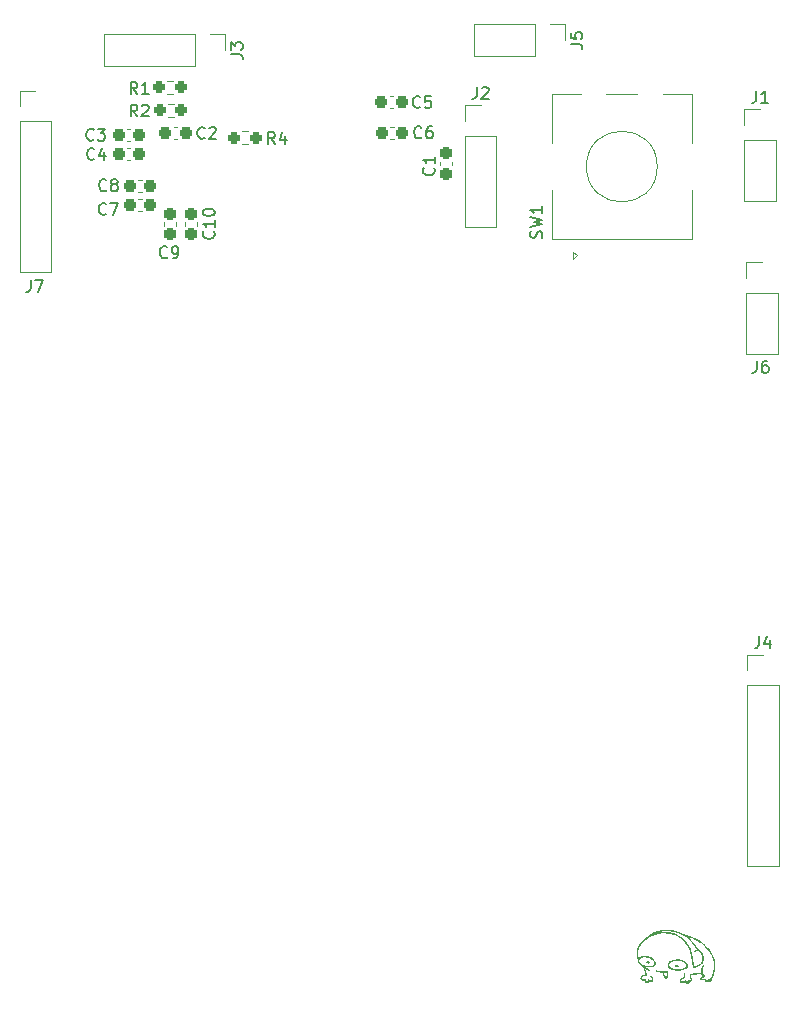
<source format=gto>
%TF.GenerationSoftware,KiCad,Pcbnew,(6.0.0)*%
%TF.CreationDate,2023-01-01T12:45:23-08:00*%
%TF.ProjectId,keyboard_eval,6b657962-6f61-4726-945f-6576616c2e6b,rev?*%
%TF.SameCoordinates,Original*%
%TF.FileFunction,Legend,Top*%
%TF.FilePolarity,Positive*%
%FSLAX46Y46*%
G04 Gerber Fmt 4.6, Leading zero omitted, Abs format (unit mm)*
G04 Created by KiCad (PCBNEW (6.0.0)) date 2023-01-01 12:45:23*
%MOMM*%
%LPD*%
G01*
G04 APERTURE LIST*
G04 Aperture macros list*
%AMRoundRect*
0 Rectangle with rounded corners*
0 $1 Rounding radius*
0 $2 $3 $4 $5 $6 $7 $8 $9 X,Y pos of 4 corners*
0 Add a 4 corners polygon primitive as box body*
4,1,4,$2,$3,$4,$5,$6,$7,$8,$9,$2,$3,0*
0 Add four circle primitives for the rounded corners*
1,1,$1+$1,$2,$3*
1,1,$1+$1,$4,$5*
1,1,$1+$1,$6,$7*
1,1,$1+$1,$8,$9*
0 Add four rect primitives between the rounded corners*
20,1,$1+$1,$2,$3,$4,$5,0*
20,1,$1+$1,$4,$5,$6,$7,0*
20,1,$1+$1,$6,$7,$8,$9,0*
20,1,$1+$1,$8,$9,$2,$3,0*%
G04 Aperture macros list end*
%ADD10C,0.150000*%
%ADD11C,0.120000*%
%ADD12RoundRect,0.237500X0.250000X0.237500X-0.250000X0.237500X-0.250000X-0.237500X0.250000X-0.237500X0*%
%ADD13C,3.000000*%
%ADD14C,1.701800*%
%ADD15C,3.987800*%
%ADD16C,2.600000*%
%ADD17C,3.800000*%
%ADD18RoundRect,0.237500X0.237500X-0.300000X0.237500X0.300000X-0.237500X0.300000X-0.237500X-0.300000X0*%
%ADD19RoundRect,0.237500X-0.300000X-0.237500X0.300000X-0.237500X0.300000X0.237500X-0.300000X0.237500X0*%
%ADD20R,1.700000X1.700000*%
%ADD21O,1.700000X1.700000*%
%ADD22RoundRect,0.237500X0.300000X0.237500X-0.300000X0.237500X-0.300000X-0.237500X0.300000X-0.237500X0*%
%ADD23RoundRect,0.237500X-0.237500X0.300000X-0.237500X-0.300000X0.237500X-0.300000X0.237500X0.300000X0*%
%ADD24R,2.000000X2.000000*%
%ADD25C,2.000000*%
%ADD26C,3.200000*%
G04 APERTURE END LIST*
D10*
%TO.C,R2*%
X47083333Y-26702380D02*
X46750000Y-26226190D01*
X46511904Y-26702380D02*
X46511904Y-25702380D01*
X46892857Y-25702380D01*
X46988095Y-25750000D01*
X47035714Y-25797619D01*
X47083333Y-25892857D01*
X47083333Y-26035714D01*
X47035714Y-26130952D01*
X46988095Y-26178571D01*
X46892857Y-26226190D01*
X46511904Y-26226190D01*
X47464285Y-25797619D02*
X47511904Y-25750000D01*
X47607142Y-25702380D01*
X47845238Y-25702380D01*
X47940476Y-25750000D01*
X47988095Y-25797619D01*
X48035714Y-25892857D01*
X48035714Y-25988095D01*
X47988095Y-26130952D01*
X47416666Y-26702380D01*
X48035714Y-26702380D01*
%TO.C,C10*%
X53532142Y-36442857D02*
X53579761Y-36490476D01*
X53627380Y-36633333D01*
X53627380Y-36728571D01*
X53579761Y-36871428D01*
X53484523Y-36966666D01*
X53389285Y-37014285D01*
X53198809Y-37061904D01*
X53055952Y-37061904D01*
X52865476Y-37014285D01*
X52770238Y-36966666D01*
X52675000Y-36871428D01*
X52627380Y-36728571D01*
X52627380Y-36633333D01*
X52675000Y-36490476D01*
X52722619Y-36442857D01*
X53627380Y-35490476D02*
X53627380Y-36061904D01*
X53627380Y-35776190D02*
X52627380Y-35776190D01*
X52770238Y-35871428D01*
X52865476Y-35966666D01*
X52913095Y-36061904D01*
X52627380Y-34871428D02*
X52627380Y-34776190D01*
X52675000Y-34680952D01*
X52722619Y-34633333D01*
X52817857Y-34585714D01*
X53008333Y-34538095D01*
X53246428Y-34538095D01*
X53436904Y-34585714D01*
X53532142Y-34633333D01*
X53579761Y-34680952D01*
X53627380Y-34776190D01*
X53627380Y-34871428D01*
X53579761Y-34966666D01*
X53532142Y-35014285D01*
X53436904Y-35061904D01*
X53246428Y-35109523D01*
X53008333Y-35109523D01*
X52817857Y-35061904D01*
X52722619Y-35014285D01*
X52675000Y-34966666D01*
X52627380Y-34871428D01*
%TO.C,C7*%
X44433333Y-34957142D02*
X44385714Y-35004761D01*
X44242857Y-35052380D01*
X44147619Y-35052380D01*
X44004761Y-35004761D01*
X43909523Y-34909523D01*
X43861904Y-34814285D01*
X43814285Y-34623809D01*
X43814285Y-34480952D01*
X43861904Y-34290476D01*
X43909523Y-34195238D01*
X44004761Y-34100000D01*
X44147619Y-34052380D01*
X44242857Y-34052380D01*
X44385714Y-34100000D01*
X44433333Y-34147619D01*
X44766666Y-34052380D02*
X45433333Y-34052380D01*
X45004761Y-35052380D01*
%TO.C,R1*%
X47083333Y-24802380D02*
X46750000Y-24326190D01*
X46511904Y-24802380D02*
X46511904Y-23802380D01*
X46892857Y-23802380D01*
X46988095Y-23850000D01*
X47035714Y-23897619D01*
X47083333Y-23992857D01*
X47083333Y-24135714D01*
X47035714Y-24230952D01*
X46988095Y-24278571D01*
X46892857Y-24326190D01*
X46511904Y-24326190D01*
X48035714Y-24802380D02*
X47464285Y-24802380D01*
X47750000Y-24802380D02*
X47750000Y-23802380D01*
X47654761Y-23945238D01*
X47559523Y-24040476D01*
X47464285Y-24088095D01*
%TO.C,J3*%
X54982380Y-21433333D02*
X55696666Y-21433333D01*
X55839523Y-21480952D01*
X55934761Y-21576190D01*
X55982380Y-21719047D01*
X55982380Y-21814285D01*
X54982380Y-21052380D02*
X54982380Y-20433333D01*
X55363333Y-20766666D01*
X55363333Y-20623809D01*
X55410952Y-20528571D01*
X55458571Y-20480952D01*
X55553809Y-20433333D01*
X55791904Y-20433333D01*
X55887142Y-20480952D01*
X55934761Y-20528571D01*
X55982380Y-20623809D01*
X55982380Y-20909523D01*
X55934761Y-21004761D01*
X55887142Y-21052380D01*
%TO.C,J6*%
X99516666Y-47402380D02*
X99516666Y-48116666D01*
X99469047Y-48259523D01*
X99373809Y-48354761D01*
X99230952Y-48402380D01*
X99135714Y-48402380D01*
X100421428Y-47402380D02*
X100230952Y-47402380D01*
X100135714Y-47450000D01*
X100088095Y-47497619D01*
X99992857Y-47640476D01*
X99945238Y-47830952D01*
X99945238Y-48211904D01*
X99992857Y-48307142D01*
X100040476Y-48354761D01*
X100135714Y-48402380D01*
X100326190Y-48402380D01*
X100421428Y-48354761D01*
X100469047Y-48307142D01*
X100516666Y-48211904D01*
X100516666Y-47973809D01*
X100469047Y-47878571D01*
X100421428Y-47830952D01*
X100326190Y-47783333D01*
X100135714Y-47783333D01*
X100040476Y-47830952D01*
X99992857Y-47878571D01*
X99945238Y-47973809D01*
%TO.C,C6*%
X71133333Y-28457142D02*
X71085714Y-28504761D01*
X70942857Y-28552380D01*
X70847619Y-28552380D01*
X70704761Y-28504761D01*
X70609523Y-28409523D01*
X70561904Y-28314285D01*
X70514285Y-28123809D01*
X70514285Y-27980952D01*
X70561904Y-27790476D01*
X70609523Y-27695238D01*
X70704761Y-27600000D01*
X70847619Y-27552380D01*
X70942857Y-27552380D01*
X71085714Y-27600000D01*
X71133333Y-27647619D01*
X71990476Y-27552380D02*
X71800000Y-27552380D01*
X71704761Y-27600000D01*
X71657142Y-27647619D01*
X71561904Y-27790476D01*
X71514285Y-27980952D01*
X71514285Y-28361904D01*
X71561904Y-28457142D01*
X71609523Y-28504761D01*
X71704761Y-28552380D01*
X71895238Y-28552380D01*
X71990476Y-28504761D01*
X72038095Y-28457142D01*
X72085714Y-28361904D01*
X72085714Y-28123809D01*
X72038095Y-28028571D01*
X71990476Y-27980952D01*
X71895238Y-27933333D01*
X71704761Y-27933333D01*
X71609523Y-27980952D01*
X71561904Y-28028571D01*
X71514285Y-28123809D01*
%TO.C,J1*%
X99466666Y-24547380D02*
X99466666Y-25261666D01*
X99419047Y-25404523D01*
X99323809Y-25499761D01*
X99180952Y-25547380D01*
X99085714Y-25547380D01*
X100466666Y-25547380D02*
X99895238Y-25547380D01*
X100180952Y-25547380D02*
X100180952Y-24547380D01*
X100085714Y-24690238D01*
X99990476Y-24785476D01*
X99895238Y-24833095D01*
%TO.C,J2*%
X75816666Y-24222380D02*
X75816666Y-24936666D01*
X75769047Y-25079523D01*
X75673809Y-25174761D01*
X75530952Y-25222380D01*
X75435714Y-25222380D01*
X76245238Y-24317619D02*
X76292857Y-24270000D01*
X76388095Y-24222380D01*
X76626190Y-24222380D01*
X76721428Y-24270000D01*
X76769047Y-24317619D01*
X76816666Y-24412857D01*
X76816666Y-24508095D01*
X76769047Y-24650952D01*
X76197619Y-25222380D01*
X76816666Y-25222380D01*
%TO.C,J5*%
X83757380Y-20583333D02*
X84471666Y-20583333D01*
X84614523Y-20630952D01*
X84709761Y-20726190D01*
X84757380Y-20869047D01*
X84757380Y-20964285D01*
X83757380Y-19630952D02*
X83757380Y-20107142D01*
X84233571Y-20154761D01*
X84185952Y-20107142D01*
X84138333Y-20011904D01*
X84138333Y-19773809D01*
X84185952Y-19678571D01*
X84233571Y-19630952D01*
X84328809Y-19583333D01*
X84566904Y-19583333D01*
X84662142Y-19630952D01*
X84709761Y-19678571D01*
X84757380Y-19773809D01*
X84757380Y-20011904D01*
X84709761Y-20107142D01*
X84662142Y-20154761D01*
%TO.C,R4*%
X58733333Y-29052380D02*
X58400000Y-28576190D01*
X58161904Y-29052380D02*
X58161904Y-28052380D01*
X58542857Y-28052380D01*
X58638095Y-28100000D01*
X58685714Y-28147619D01*
X58733333Y-28242857D01*
X58733333Y-28385714D01*
X58685714Y-28480952D01*
X58638095Y-28528571D01*
X58542857Y-28576190D01*
X58161904Y-28576190D01*
X59590476Y-28385714D02*
X59590476Y-29052380D01*
X59352380Y-28004761D02*
X59114285Y-28719047D01*
X59733333Y-28719047D01*
%TO.C,C9*%
X49608333Y-38607142D02*
X49560714Y-38654761D01*
X49417857Y-38702380D01*
X49322619Y-38702380D01*
X49179761Y-38654761D01*
X49084523Y-38559523D01*
X49036904Y-38464285D01*
X48989285Y-38273809D01*
X48989285Y-38130952D01*
X49036904Y-37940476D01*
X49084523Y-37845238D01*
X49179761Y-37750000D01*
X49322619Y-37702380D01*
X49417857Y-37702380D01*
X49560714Y-37750000D01*
X49608333Y-37797619D01*
X50084523Y-38702380D02*
X50275000Y-38702380D01*
X50370238Y-38654761D01*
X50417857Y-38607142D01*
X50513095Y-38464285D01*
X50560714Y-38273809D01*
X50560714Y-37892857D01*
X50513095Y-37797619D01*
X50465476Y-37750000D01*
X50370238Y-37702380D01*
X50179761Y-37702380D01*
X50084523Y-37750000D01*
X50036904Y-37797619D01*
X49989285Y-37892857D01*
X49989285Y-38130952D01*
X50036904Y-38226190D01*
X50084523Y-38273809D01*
X50179761Y-38321428D01*
X50370238Y-38321428D01*
X50465476Y-38273809D01*
X50513095Y-38226190D01*
X50560714Y-38130952D01*
%TO.C,J4*%
X99716666Y-70722380D02*
X99716666Y-71436666D01*
X99669047Y-71579523D01*
X99573809Y-71674761D01*
X99430952Y-71722380D01*
X99335714Y-71722380D01*
X100621428Y-71055714D02*
X100621428Y-71722380D01*
X100383333Y-70674761D02*
X100145238Y-71389047D01*
X100764285Y-71389047D01*
%TO.C,C2*%
X52783333Y-28507142D02*
X52735714Y-28554761D01*
X52592857Y-28602380D01*
X52497619Y-28602380D01*
X52354761Y-28554761D01*
X52259523Y-28459523D01*
X52211904Y-28364285D01*
X52164285Y-28173809D01*
X52164285Y-28030952D01*
X52211904Y-27840476D01*
X52259523Y-27745238D01*
X52354761Y-27650000D01*
X52497619Y-27602380D01*
X52592857Y-27602380D01*
X52735714Y-27650000D01*
X52783333Y-27697619D01*
X53164285Y-27697619D02*
X53211904Y-27650000D01*
X53307142Y-27602380D01*
X53545238Y-27602380D01*
X53640476Y-27650000D01*
X53688095Y-27697619D01*
X53735714Y-27792857D01*
X53735714Y-27888095D01*
X53688095Y-28030952D01*
X53116666Y-28602380D01*
X53735714Y-28602380D01*
%TO.C,C8*%
X44458333Y-32932142D02*
X44410714Y-32979761D01*
X44267857Y-33027380D01*
X44172619Y-33027380D01*
X44029761Y-32979761D01*
X43934523Y-32884523D01*
X43886904Y-32789285D01*
X43839285Y-32598809D01*
X43839285Y-32455952D01*
X43886904Y-32265476D01*
X43934523Y-32170238D01*
X44029761Y-32075000D01*
X44172619Y-32027380D01*
X44267857Y-32027380D01*
X44410714Y-32075000D01*
X44458333Y-32122619D01*
X45029761Y-32455952D02*
X44934523Y-32408333D01*
X44886904Y-32360714D01*
X44839285Y-32265476D01*
X44839285Y-32217857D01*
X44886904Y-32122619D01*
X44934523Y-32075000D01*
X45029761Y-32027380D01*
X45220238Y-32027380D01*
X45315476Y-32075000D01*
X45363095Y-32122619D01*
X45410714Y-32217857D01*
X45410714Y-32265476D01*
X45363095Y-32360714D01*
X45315476Y-32408333D01*
X45220238Y-32455952D01*
X45029761Y-32455952D01*
X44934523Y-32503571D01*
X44886904Y-32551190D01*
X44839285Y-32646428D01*
X44839285Y-32836904D01*
X44886904Y-32932142D01*
X44934523Y-32979761D01*
X45029761Y-33027380D01*
X45220238Y-33027380D01*
X45315476Y-32979761D01*
X45363095Y-32932142D01*
X45410714Y-32836904D01*
X45410714Y-32646428D01*
X45363095Y-32551190D01*
X45315476Y-32503571D01*
X45220238Y-32455952D01*
%TO.C,C5*%
X71023333Y-25897142D02*
X70975714Y-25944761D01*
X70832857Y-25992380D01*
X70737619Y-25992380D01*
X70594761Y-25944761D01*
X70499523Y-25849523D01*
X70451904Y-25754285D01*
X70404285Y-25563809D01*
X70404285Y-25420952D01*
X70451904Y-25230476D01*
X70499523Y-25135238D01*
X70594761Y-25040000D01*
X70737619Y-24992380D01*
X70832857Y-24992380D01*
X70975714Y-25040000D01*
X71023333Y-25087619D01*
X71928095Y-24992380D02*
X71451904Y-24992380D01*
X71404285Y-25468571D01*
X71451904Y-25420952D01*
X71547142Y-25373333D01*
X71785238Y-25373333D01*
X71880476Y-25420952D01*
X71928095Y-25468571D01*
X71975714Y-25563809D01*
X71975714Y-25801904D01*
X71928095Y-25897142D01*
X71880476Y-25944761D01*
X71785238Y-25992380D01*
X71547142Y-25992380D01*
X71451904Y-25944761D01*
X71404285Y-25897142D01*
%TO.C,C4*%
X43433333Y-30307142D02*
X43385714Y-30354761D01*
X43242857Y-30402380D01*
X43147619Y-30402380D01*
X43004761Y-30354761D01*
X42909523Y-30259523D01*
X42861904Y-30164285D01*
X42814285Y-29973809D01*
X42814285Y-29830952D01*
X42861904Y-29640476D01*
X42909523Y-29545238D01*
X43004761Y-29450000D01*
X43147619Y-29402380D01*
X43242857Y-29402380D01*
X43385714Y-29450000D01*
X43433333Y-29497619D01*
X44290476Y-29735714D02*
X44290476Y-30402380D01*
X44052380Y-29354761D02*
X43814285Y-30069047D01*
X44433333Y-30069047D01*
%TO.C,J7*%
X38066666Y-40552380D02*
X38066666Y-41266666D01*
X38019047Y-41409523D01*
X37923809Y-41504761D01*
X37780952Y-41552380D01*
X37685714Y-41552380D01*
X38447619Y-40552380D02*
X39114285Y-40552380D01*
X38685714Y-41552380D01*
%TO.C,C1*%
X72157142Y-31066666D02*
X72204761Y-31114285D01*
X72252380Y-31257142D01*
X72252380Y-31352380D01*
X72204761Y-31495238D01*
X72109523Y-31590476D01*
X72014285Y-31638095D01*
X71823809Y-31685714D01*
X71680952Y-31685714D01*
X71490476Y-31638095D01*
X71395238Y-31590476D01*
X71300000Y-31495238D01*
X71252380Y-31352380D01*
X71252380Y-31257142D01*
X71300000Y-31114285D01*
X71347619Y-31066666D01*
X72252380Y-30114285D02*
X72252380Y-30685714D01*
X72252380Y-30400000D02*
X71252380Y-30400000D01*
X71395238Y-30495238D01*
X71490476Y-30590476D01*
X71538095Y-30685714D01*
%TO.C,C3*%
X43383333Y-28657142D02*
X43335714Y-28704761D01*
X43192857Y-28752380D01*
X43097619Y-28752380D01*
X42954761Y-28704761D01*
X42859523Y-28609523D01*
X42811904Y-28514285D01*
X42764285Y-28323809D01*
X42764285Y-28180952D01*
X42811904Y-27990476D01*
X42859523Y-27895238D01*
X42954761Y-27800000D01*
X43097619Y-27752380D01*
X43192857Y-27752380D01*
X43335714Y-27800000D01*
X43383333Y-27847619D01*
X43716666Y-27752380D02*
X44335714Y-27752380D01*
X44002380Y-28133333D01*
X44145238Y-28133333D01*
X44240476Y-28180952D01*
X44288095Y-28228571D01*
X44335714Y-28323809D01*
X44335714Y-28561904D01*
X44288095Y-28657142D01*
X44240476Y-28704761D01*
X44145238Y-28752380D01*
X43859523Y-28752380D01*
X43764285Y-28704761D01*
X43716666Y-28657142D01*
%TO.C,SW1*%
X81304761Y-36983333D02*
X81352380Y-36840476D01*
X81352380Y-36602380D01*
X81304761Y-36507142D01*
X81257142Y-36459523D01*
X81161904Y-36411904D01*
X81066666Y-36411904D01*
X80971428Y-36459523D01*
X80923809Y-36507142D01*
X80876190Y-36602380D01*
X80828571Y-36792857D01*
X80780952Y-36888095D01*
X80733333Y-36935714D01*
X80638095Y-36983333D01*
X80542857Y-36983333D01*
X80447619Y-36935714D01*
X80400000Y-36888095D01*
X80352380Y-36792857D01*
X80352380Y-36554761D01*
X80400000Y-36411904D01*
X80352380Y-36078571D02*
X81352380Y-35840476D01*
X80638095Y-35650000D01*
X81352380Y-35459523D01*
X80352380Y-35221428D01*
X81352380Y-34316666D02*
X81352380Y-34888095D01*
X81352380Y-34602380D02*
X80352380Y-34602380D01*
X80495238Y-34697619D01*
X80590476Y-34792857D01*
X80638095Y-34888095D01*
D11*
%TO.C,R2*%
X50154724Y-25677500D02*
X49645276Y-25677500D01*
X50154724Y-26722500D02*
X49645276Y-26722500D01*
%TO.C,C10*%
X52110000Y-35971267D02*
X52110000Y-35678733D01*
X51090000Y-35971267D02*
X51090000Y-35678733D01*
%TO.C,C7*%
X47153733Y-34710000D02*
X47446267Y-34710000D01*
X47153733Y-33690000D02*
X47446267Y-33690000D01*
%TO.C,R1*%
X50104724Y-23727500D02*
X49595276Y-23727500D01*
X50104724Y-24772500D02*
X49595276Y-24772500D01*
%TO.C,J3*%
X54530000Y-19770000D02*
X54530000Y-21100000D01*
X44250000Y-19770000D02*
X44250000Y-22430000D01*
X51930000Y-22430000D02*
X44250000Y-22430000D01*
X51930000Y-19770000D02*
X44250000Y-19770000D01*
X53200000Y-19770000D02*
X54530000Y-19770000D01*
X51930000Y-19770000D02*
X51930000Y-22430000D01*
%TO.C,J6*%
X98620000Y-39045000D02*
X99950000Y-39045000D01*
X98620000Y-41645000D02*
X98620000Y-46785000D01*
X98620000Y-40375000D02*
X98620000Y-39045000D01*
X98620000Y-46785000D02*
X101280000Y-46785000D01*
X98620000Y-41645000D02*
X101280000Y-41645000D01*
X101280000Y-41645000D02*
X101280000Y-46785000D01*
%TO.C,C6*%
X68503733Y-28610000D02*
X68796267Y-28610000D01*
X68503733Y-27590000D02*
X68796267Y-27590000D01*
%TO.C,J1*%
X98470000Y-33835000D02*
X101130000Y-33835000D01*
X98470000Y-27425000D02*
X98470000Y-26095000D01*
X98470000Y-28695000D02*
X101130000Y-28695000D01*
X101130000Y-28695000D02*
X101130000Y-33835000D01*
X98470000Y-26095000D02*
X99800000Y-26095000D01*
X98470000Y-28695000D02*
X98470000Y-33835000D01*
%TO.C,J2*%
X77480000Y-28370000D02*
X77480000Y-36050000D01*
X74820000Y-25770000D02*
X76150000Y-25770000D01*
X74820000Y-27100000D02*
X74820000Y-25770000D01*
X74820000Y-36050000D02*
X77480000Y-36050000D01*
X74820000Y-28370000D02*
X77480000Y-28370000D01*
X74820000Y-28370000D02*
X74820000Y-36050000D01*
%TO.C,J5*%
X80705000Y-18920000D02*
X80705000Y-21580000D01*
X80705000Y-18920000D02*
X75565000Y-18920000D01*
X81975000Y-18920000D02*
X83305000Y-18920000D01*
X83305000Y-18920000D02*
X83305000Y-20250000D01*
X75565000Y-18920000D02*
X75565000Y-21580000D01*
X80705000Y-21580000D02*
X75565000Y-21580000D01*
%TO.C,R4*%
X56454724Y-29022500D02*
X55945276Y-29022500D01*
X56454724Y-27977500D02*
X55945276Y-27977500D01*
%TO.C,C9*%
X50335000Y-35971267D02*
X50335000Y-35678733D01*
X49315000Y-35971267D02*
X49315000Y-35678733D01*
%TO.C,J4*%
X101380000Y-74870000D02*
X101380000Y-90170000D01*
X98720000Y-73600000D02*
X98720000Y-72270000D01*
X98720000Y-74870000D02*
X98720000Y-90170000D01*
X98720000Y-72270000D02*
X100050000Y-72270000D01*
X98720000Y-90170000D02*
X101380000Y-90170000D01*
X98720000Y-74870000D02*
X101380000Y-74870000D01*
%TO.C,C2*%
X50153733Y-27590000D02*
X50446267Y-27590000D01*
X50153733Y-28610000D02*
X50446267Y-28610000D01*
%TO.C,C8*%
X47153733Y-33085000D02*
X47446267Y-33085000D01*
X47153733Y-32065000D02*
X47446267Y-32065000D01*
%TO.C,C5*%
X68746267Y-25000000D02*
X68453733Y-25000000D01*
X68746267Y-26020000D02*
X68453733Y-26020000D01*
%TO.C,G\u002A\u002A\u002A*%
G36*
X92765560Y-98522130D02*
G01*
X92819528Y-98535213D01*
X92866645Y-98562984D01*
X92901683Y-98602077D01*
X92908403Y-98614155D01*
X92915074Y-98648387D01*
X92904791Y-98681906D01*
X92879650Y-98707897D01*
X92879575Y-98707944D01*
X92849611Y-98718865D01*
X92807550Y-98724610D01*
X92760685Y-98724905D01*
X92716310Y-98719474D01*
X92698132Y-98714783D01*
X92654699Y-98693483D01*
X92625126Y-98663804D01*
X92610769Y-98629095D01*
X92612986Y-98592703D01*
X92633131Y-98557976D01*
X92634147Y-98556864D01*
X92660808Y-98534953D01*
X92693277Y-98523286D01*
X92736704Y-98520501D01*
X92765560Y-98522130D01*
G37*
G36*
X90379672Y-98233292D02*
G01*
X90428524Y-98250217D01*
X90465720Y-98275260D01*
X90489041Y-98306524D01*
X90496270Y-98342109D01*
X90489804Y-98370471D01*
X90471991Y-98396968D01*
X90449088Y-98415471D01*
X90417175Y-98424819D01*
X90373297Y-98428469D01*
X90324687Y-98426318D01*
X90278584Y-98418258D01*
X90277492Y-98417971D01*
X90240478Y-98402177D01*
X90208623Y-98378045D01*
X90186867Y-98350212D01*
X90180000Y-98326458D01*
X90186758Y-98283826D01*
X90207661Y-98253424D01*
X90243646Y-98234587D01*
X90295652Y-98226651D01*
X90321384Y-98226384D01*
X90379672Y-98233292D01*
G37*
G36*
X91055873Y-99018083D02*
G01*
X91102019Y-99024486D01*
X91195909Y-99038268D01*
X91299867Y-99051743D01*
X91408956Y-99064399D01*
X91518237Y-99075726D01*
X91622771Y-99085213D01*
X91717621Y-99092349D01*
X91797848Y-99096623D01*
X91800000Y-99096702D01*
X91975000Y-99103065D01*
X92007500Y-99137244D01*
X92030117Y-99166260D01*
X92039742Y-99195687D01*
X92041070Y-99213212D01*
X92039373Y-99324722D01*
X92028627Y-99425135D01*
X92009309Y-99513087D01*
X91981899Y-99587215D01*
X91946876Y-99646153D01*
X91904719Y-99688540D01*
X91866849Y-99709363D01*
X91846653Y-99716505D01*
X91831861Y-99718292D01*
X91813289Y-99714694D01*
X91793682Y-99709118D01*
X91756441Y-99688767D01*
X91718483Y-99649857D01*
X91680633Y-99593773D01*
X91643712Y-99521895D01*
X91608542Y-99435607D01*
X91580042Y-99350000D01*
X91566281Y-99305113D01*
X91553940Y-99265782D01*
X91544581Y-99236930D01*
X91540406Y-99225000D01*
X91537258Y-99220000D01*
X91671411Y-99220000D01*
X91690041Y-99285143D01*
X91716148Y-99368392D01*
X91743871Y-99442216D01*
X91771937Y-99503699D01*
X91799078Y-99549927D01*
X91813267Y-99567921D01*
X91834278Y-99590842D01*
X91852122Y-99567921D01*
X91864395Y-99546483D01*
X91878664Y-99513368D01*
X91890411Y-99480060D01*
X91900810Y-99438385D01*
X91909915Y-99386560D01*
X91916059Y-99334434D01*
X91916835Y-99324091D01*
X91922815Y-99233063D01*
X91890157Y-99226531D01*
X91865442Y-99223592D01*
X91827425Y-99221338D01*
X91782805Y-99220120D01*
X91764455Y-99220000D01*
X91671411Y-99220000D01*
X91537258Y-99220000D01*
X91536239Y-99218382D01*
X91527783Y-99212692D01*
X91512616Y-99207441D01*
X91488320Y-99202140D01*
X91452474Y-99196301D01*
X91402660Y-99189436D01*
X91336456Y-99181055D01*
X91301398Y-99176748D01*
X91212308Y-99165677D01*
X91140981Y-99156251D01*
X91085295Y-99147975D01*
X91043129Y-99140354D01*
X91012360Y-99132895D01*
X90990867Y-99125102D01*
X90976527Y-99116482D01*
X90967220Y-99106539D01*
X90962156Y-99097691D01*
X90954380Y-99070504D01*
X90959775Y-99050420D01*
X90973130Y-99031440D01*
X90991046Y-99020189D01*
X91017351Y-99015969D01*
X91055873Y-99018083D01*
G37*
G36*
X89451210Y-98084864D02*
G01*
X89446780Y-98043895D01*
X89438289Y-98004537D01*
X89424229Y-97958727D01*
X89414988Y-97931875D01*
X89385522Y-97839531D01*
X89365842Y-97755503D01*
X89354531Y-97671537D01*
X89350170Y-97579382D01*
X89349999Y-97553698D01*
X89351782Y-97477048D01*
X89357824Y-97407501D01*
X89369164Y-97339226D01*
X89386843Y-97266391D01*
X89411902Y-97183164D01*
X89421113Y-97155000D01*
X89482279Y-96994091D01*
X89555492Y-96845342D01*
X89642030Y-96707136D01*
X89743176Y-96577855D01*
X89860210Y-96455880D01*
X89994412Y-96339595D01*
X90147063Y-96227381D01*
X90165000Y-96215241D01*
X90213230Y-96183651D01*
X90264284Y-96151526D01*
X90311065Y-96123272D01*
X90337853Y-96107943D01*
X90381210Y-96081817D01*
X90412437Y-96056465D01*
X90438269Y-96026027D01*
X90447853Y-96012235D01*
X90484109Y-95962198D01*
X90495716Y-95949557D01*
X90701827Y-95949557D01*
X90715357Y-95946007D01*
X90740000Y-95936210D01*
X90815934Y-95906721D01*
X90906851Y-95876716D01*
X91007821Y-95847511D01*
X91113909Y-95820424D01*
X91220185Y-95796771D01*
X91321715Y-95777867D01*
X91350000Y-95773396D01*
X91414049Y-95766077D01*
X91493124Y-95760709D01*
X91582338Y-95757329D01*
X91676808Y-95755975D01*
X91771651Y-95756685D01*
X91861982Y-95759498D01*
X91942917Y-95764450D01*
X91985000Y-95768472D01*
X92183699Y-95795299D01*
X92365750Y-95829587D01*
X92533450Y-95872386D01*
X92689096Y-95924743D01*
X92834984Y-95987710D01*
X92973411Y-96062334D01*
X93106674Y-96149666D01*
X93237069Y-96250754D01*
X93366892Y-96366648D01*
X93430867Y-96429033D01*
X93536565Y-96541695D01*
X93632217Y-96658881D01*
X93721530Y-96785522D01*
X93808209Y-96926547D01*
X93819183Y-96945679D01*
X93856558Y-97013383D01*
X93889242Y-97077786D01*
X93918109Y-97141589D01*
X93944032Y-97207496D01*
X93967885Y-97278209D01*
X93990542Y-97356433D01*
X94012876Y-97444870D01*
X94035763Y-97546224D01*
X94060075Y-97663197D01*
X94074337Y-97735000D01*
X94091194Y-97822704D01*
X94107764Y-97912193D01*
X94123355Y-97999487D01*
X94137273Y-98080603D01*
X94148826Y-98151560D01*
X94157322Y-98208375D01*
X94159550Y-98225000D01*
X94167650Y-98284916D01*
X94176270Y-98342953D01*
X94184584Y-98393920D01*
X94191769Y-98432628D01*
X94194495Y-98445000D01*
X94202809Y-98486720D01*
X94210390Y-98537111D01*
X94215336Y-98582500D01*
X94220281Y-98625003D01*
X94226603Y-98651450D01*
X94233353Y-98659852D01*
X94248622Y-98657601D01*
X94276875Y-98651879D01*
X94308027Y-98644845D01*
X94348744Y-98632104D01*
X94401611Y-98611034D01*
X94461869Y-98583985D01*
X94524758Y-98553307D01*
X94585517Y-98521351D01*
X94639387Y-98490466D01*
X94681608Y-98463003D01*
X94691913Y-98455297D01*
X94763821Y-98388245D01*
X94824680Y-98310086D01*
X94872852Y-98224276D01*
X94906701Y-98134269D01*
X94924591Y-98043523D01*
X94925520Y-97962033D01*
X94908835Y-97858195D01*
X94878050Y-97750545D01*
X94835713Y-97646191D01*
X94784372Y-97552241D01*
X94771813Y-97533223D01*
X94738641Y-97489874D01*
X94699503Y-97446607D01*
X94657703Y-97406295D01*
X94616545Y-97371816D01*
X94579332Y-97346043D01*
X94549367Y-97331853D01*
X94538317Y-97330000D01*
X94522124Y-97334323D01*
X94492689Y-97346033D01*
X94454489Y-97363237D01*
X94420000Y-97380000D01*
X94378058Y-97400269D01*
X94341332Y-97416591D01*
X94314261Y-97427078D01*
X94302406Y-97430000D01*
X94272594Y-97421557D01*
X94249657Y-97400279D01*
X94240018Y-97372240D01*
X94240000Y-97370982D01*
X94242488Y-97351939D01*
X94251887Y-97335317D01*
X94271090Y-97318587D01*
X94302997Y-97299221D01*
X94350000Y-97274938D01*
X94384745Y-97257492D01*
X94411933Y-97243512D01*
X94427129Y-97235294D01*
X94428776Y-97234218D01*
X94425967Y-97224265D01*
X94414372Y-97200464D01*
X94395789Y-97165935D01*
X94372013Y-97123799D01*
X94344842Y-97077180D01*
X94316073Y-97029197D01*
X94287502Y-96982973D01*
X94260927Y-96941628D01*
X94256530Y-96935000D01*
X94163408Y-96805566D01*
X94056270Y-96674276D01*
X93938660Y-96544700D01*
X93814122Y-96420408D01*
X93686200Y-96304971D01*
X93558439Y-96201958D01*
X93457454Y-96130044D01*
X93380677Y-96082094D01*
X93290944Y-96031254D01*
X93194262Y-95980575D01*
X93096641Y-95933113D01*
X93004087Y-95891920D01*
X92935000Y-95864523D01*
X92798596Y-95819942D01*
X92646393Y-95780310D01*
X92482157Y-95746445D01*
X92309659Y-95719168D01*
X92210000Y-95706981D01*
X92151111Y-95702239D01*
X92077142Y-95698887D01*
X91992960Y-95696914D01*
X91903433Y-95696308D01*
X91813429Y-95697057D01*
X91727816Y-95699152D01*
X91651463Y-95702581D01*
X91589236Y-95707332D01*
X91579037Y-95708426D01*
X91515786Y-95717101D01*
X91438041Y-95730075D01*
X91350603Y-95746388D01*
X91258274Y-95765080D01*
X91165856Y-95785189D01*
X91078150Y-95805755D01*
X91023364Y-95819586D01*
X90967731Y-95835690D01*
X90907788Y-95855647D01*
X90847901Y-95877737D01*
X90792435Y-95900240D01*
X90745757Y-95921436D01*
X90712233Y-95939604D01*
X90703555Y-95945585D01*
X90701827Y-95949557D01*
X90495716Y-95949557D01*
X90520608Y-95922446D01*
X90563199Y-95887593D01*
X90617735Y-95852254D01*
X90628806Y-95845699D01*
X90688282Y-95812762D01*
X90749195Y-95783306D01*
X90814136Y-95756507D01*
X90885695Y-95731541D01*
X90966461Y-95707584D01*
X91059024Y-95683812D01*
X91165973Y-95659399D01*
X91289900Y-95633522D01*
X91305000Y-95630487D01*
X91375622Y-95617055D01*
X91448920Y-95604359D01*
X91519191Y-95593303D01*
X91580736Y-95584787D01*
X91623842Y-95580050D01*
X91686751Y-95575656D01*
X91759923Y-95572333D01*
X91839424Y-95570091D01*
X91921318Y-95568941D01*
X92001670Y-95568895D01*
X92076545Y-95569963D01*
X92142008Y-95572155D01*
X92194124Y-95575483D01*
X92220000Y-95578411D01*
X92318814Y-95593253D01*
X92400839Y-95605884D01*
X92469093Y-95616847D01*
X92526595Y-95626689D01*
X92576365Y-95635955D01*
X92621421Y-95645191D01*
X92664782Y-95654941D01*
X92709468Y-95665752D01*
X92725000Y-95669640D01*
X92934037Y-95731955D01*
X93138468Y-95812584D01*
X93339900Y-95912199D01*
X93438430Y-95968405D01*
X93496717Y-96001180D01*
X93540948Y-96021767D01*
X93570505Y-96029887D01*
X93573430Y-96030012D01*
X93601893Y-96032932D01*
X93645446Y-96041039D01*
X93700143Y-96053375D01*
X93762042Y-96068984D01*
X93827196Y-96086911D01*
X93891664Y-96106198D01*
X93905037Y-96110425D01*
X94079373Y-96173156D01*
X94259914Y-96251431D01*
X94443139Y-96343318D01*
X94625532Y-96446881D01*
X94803572Y-96560188D01*
X94973742Y-96681306D01*
X95046842Y-96737865D01*
X95110619Y-96791274D01*
X95181710Y-96855439D01*
X95256716Y-96926914D01*
X95332235Y-97002250D01*
X95404869Y-97078000D01*
X95471217Y-97150716D01*
X95527879Y-97216951D01*
X95561750Y-97260000D01*
X95676048Y-97424163D01*
X95771961Y-97587028D01*
X95850712Y-97751238D01*
X95913526Y-97919434D01*
X95961624Y-98094259D01*
X95973694Y-98150000D01*
X95991907Y-98245208D01*
X96004894Y-98328597D01*
X96013395Y-98407436D01*
X96018151Y-98488995D01*
X96019899Y-98580543D01*
X96019953Y-98604737D01*
X96013321Y-98769764D01*
X95994067Y-98934536D01*
X95963014Y-99095979D01*
X95920985Y-99251016D01*
X95868801Y-99396573D01*
X95807286Y-99529573D01*
X95743841Y-99637172D01*
X95688933Y-99719694D01*
X95700787Y-99779946D01*
X95706864Y-99817356D01*
X95706885Y-99844823D01*
X95700372Y-99871611D01*
X95695342Y-99885494D01*
X95665146Y-99944689D01*
X95626717Y-99987005D01*
X95581110Y-100011644D01*
X95529376Y-100017812D01*
X95521186Y-100017099D01*
X95487001Y-100009647D01*
X95460041Y-99993046D01*
X95441976Y-99975185D01*
X95408265Y-99938401D01*
X95372774Y-99973892D01*
X95325721Y-100010975D01*
X95276467Y-100031765D01*
X95228364Y-100035075D01*
X95210407Y-100031303D01*
X95167641Y-100008583D01*
X95133352Y-99970716D01*
X95110043Y-99921639D01*
X95100213Y-99865292D01*
X95100055Y-99857500D01*
X95099229Y-99837593D01*
X95097500Y-99830196D01*
X95087213Y-99831937D01*
X95062062Y-99836392D01*
X95026861Y-99842707D01*
X95015000Y-99844847D01*
X94920411Y-99857199D01*
X94839713Y-99857690D01*
X94773943Y-99846325D01*
X94765874Y-99843751D01*
X94721197Y-99820181D01*
X94693342Y-99787208D01*
X94683152Y-99747458D01*
X94691472Y-99703558D01*
X94710039Y-99669944D01*
X94734737Y-99643323D01*
X94773180Y-99611497D01*
X94820950Y-99577629D01*
X94873627Y-99544884D01*
X94919341Y-99520105D01*
X94983682Y-99487852D01*
X94942335Y-99453507D01*
X94913415Y-99424489D01*
X94884491Y-99387676D01*
X94870382Y-99365669D01*
X94839777Y-99312176D01*
X94799423Y-99321242D01*
X94779186Y-99324525D01*
X94741942Y-99329335D01*
X94690603Y-99335374D01*
X94628076Y-99342342D01*
X94557274Y-99349942D01*
X94481105Y-99357872D01*
X94402480Y-99365836D01*
X94324309Y-99373532D01*
X94249502Y-99380663D01*
X94180968Y-99386928D01*
X94121618Y-99392030D01*
X94077500Y-99395447D01*
X93980000Y-99402378D01*
X93980000Y-99515119D01*
X93980635Y-99567706D01*
X93982746Y-99603025D01*
X93986640Y-99623772D01*
X93992624Y-99632644D01*
X93993424Y-99633011D01*
X94010498Y-99648773D01*
X94025578Y-99679012D01*
X94036688Y-99718206D01*
X94041853Y-99760833D01*
X94042000Y-99768836D01*
X94035607Y-99842765D01*
X94016791Y-99902506D01*
X93986091Y-99947342D01*
X93944048Y-99976553D01*
X93891201Y-99989420D01*
X93875774Y-99990000D01*
X93851882Y-99992044D01*
X93840383Y-100002224D01*
X93834394Y-100024711D01*
X93824985Y-100054028D01*
X93808581Y-100088660D01*
X93799511Y-100104160D01*
X93761577Y-100148478D01*
X93716013Y-100175429D01*
X93664955Y-100184041D01*
X93632750Y-100180042D01*
X93583556Y-100159101D01*
X93538185Y-100121452D01*
X93500004Y-100070380D01*
X93480695Y-100031677D01*
X93468626Y-100002541D01*
X93400440Y-100037525D01*
X93332004Y-100064475D01*
X93261766Y-100077528D01*
X93192988Y-100077262D01*
X93128930Y-100064258D01*
X93072853Y-100039095D01*
X93028018Y-100002352D01*
X93003431Y-99966967D01*
X92992704Y-99932254D01*
X92992681Y-99887003D01*
X92992936Y-99884434D01*
X93009982Y-99814206D01*
X93045170Y-99748185D01*
X93096787Y-99688196D01*
X93163118Y-99636065D01*
X93242447Y-99593616D01*
X93280000Y-99578840D01*
X93355000Y-99552239D01*
X93355000Y-99407667D01*
X93355559Y-99343719D01*
X93357794Y-99297085D01*
X93362536Y-99265100D01*
X93370621Y-99245096D01*
X93382880Y-99234406D01*
X93400147Y-99230363D01*
X93410510Y-99230000D01*
X93434475Y-99233189D01*
X93452868Y-99244173D01*
X93466359Y-99265073D01*
X93475620Y-99298013D01*
X93481320Y-99345113D01*
X93484130Y-99408498D01*
X93484739Y-99465000D01*
X93484066Y-99528097D01*
X93480728Y-99574621D01*
X93473180Y-99607967D01*
X93459879Y-99631530D01*
X93439280Y-99648704D01*
X93409840Y-99662886D01*
X93391600Y-99669815D01*
X93351091Y-99684583D01*
X93309898Y-99699661D01*
X93290281Y-99706871D01*
X93246419Y-99730111D01*
X93201143Y-99765655D01*
X93160786Y-99807604D01*
X93131678Y-99850063D01*
X93127672Y-99858303D01*
X93116493Y-99885216D01*
X93113777Y-99901179D01*
X93119267Y-99913239D01*
X93125386Y-99920426D01*
X93159841Y-99944449D01*
X93205634Y-99956115D01*
X93258232Y-99955240D01*
X93313103Y-99941638D01*
X93341452Y-99929259D01*
X93371981Y-99910369D01*
X93407112Y-99883900D01*
X93429957Y-99864072D01*
X93471378Y-99832408D01*
X93507236Y-99819470D01*
X93536718Y-99825057D01*
X93559016Y-99848969D01*
X93573318Y-99891004D01*
X93574905Y-99900000D01*
X93586419Y-99949485D01*
X93603405Y-99992931D01*
X93623857Y-100027350D01*
X93645769Y-100049753D01*
X93667135Y-100057153D01*
X93678085Y-100053648D01*
X93691861Y-100038003D01*
X93705786Y-100011642D01*
X93709549Y-100001982D01*
X93717983Y-99973568D01*
X93717791Y-99952622D01*
X93708625Y-99928409D01*
X93707049Y-99925074D01*
X93693074Y-99888607D01*
X93692039Y-99860699D01*
X93703838Y-99834747D01*
X93705567Y-99832225D01*
X93729188Y-99813670D01*
X93760258Y-99812374D01*
X93796266Y-99828252D01*
X93806729Y-99835641D01*
X93845451Y-99858097D01*
X93877203Y-99862020D01*
X93900901Y-99847991D01*
X93915460Y-99816592D01*
X93919852Y-99775000D01*
X93917086Y-99746250D01*
X93905324Y-99725401D01*
X93885765Y-99707684D01*
X93851531Y-99680369D01*
X93853627Y-99522684D01*
X93855040Y-99454688D01*
X93857732Y-99403956D01*
X93862475Y-99367758D01*
X93870041Y-99343363D01*
X93881201Y-99328042D01*
X93896726Y-99319065D01*
X93912416Y-99314699D01*
X93939974Y-99305846D01*
X93960228Y-99294392D01*
X93976787Y-99287661D01*
X94009428Y-99280643D01*
X94054256Y-99274062D01*
X94090228Y-99270159D01*
X94167863Y-99262739D01*
X94249832Y-99254765D01*
X94333453Y-99246510D01*
X94416043Y-99238247D01*
X94494918Y-99230252D01*
X94567394Y-99222798D01*
X94630789Y-99216159D01*
X94682418Y-99210609D01*
X94719599Y-99206422D01*
X94739647Y-99203872D01*
X94740000Y-99203816D01*
X94766410Y-99199650D01*
X94784515Y-99194766D01*
X94795894Y-99185762D01*
X94802130Y-99169238D01*
X94804804Y-99141792D01*
X94805497Y-99100021D01*
X94805639Y-99062614D01*
X94811342Y-98951271D01*
X94827978Y-98851653D01*
X94856629Y-98758082D01*
X94869854Y-98725339D01*
X94899813Y-98666105D01*
X94932590Y-98619676D01*
X94966461Y-98587177D01*
X94999701Y-98569733D01*
X95030585Y-98568469D01*
X95057390Y-98584508D01*
X95067062Y-98596744D01*
X95075433Y-98614228D01*
X95075202Y-98632161D01*
X95064892Y-98654537D01*
X95043028Y-98685351D01*
X95026790Y-98705806D01*
X94989935Y-98764915D01*
X94961714Y-98837829D01*
X94942448Y-98920159D01*
X94932460Y-99007518D01*
X94932073Y-99095519D01*
X94941609Y-99179773D01*
X94961391Y-99255893D01*
X94982778Y-99304335D01*
X95013336Y-99343135D01*
X95062660Y-99382797D01*
X95069648Y-99387473D01*
X95114571Y-99420088D01*
X95142911Y-99448804D01*
X95156954Y-99476353D01*
X95159498Y-99495000D01*
X95155117Y-99522956D01*
X95139550Y-99546438D01*
X95110122Y-99567960D01*
X95064161Y-99590038D01*
X95053966Y-99594248D01*
X95011622Y-99613165D01*
X94966742Y-99636080D01*
X94922942Y-99660782D01*
X94883837Y-99685062D01*
X94853043Y-99706709D01*
X94834175Y-99723512D01*
X94830000Y-99731179D01*
X94839317Y-99736890D01*
X94865689Y-99738067D01*
X94906745Y-99734937D01*
X94960113Y-99727723D01*
X95023422Y-99716652D01*
X95060000Y-99709338D01*
X95123663Y-99698042D01*
X95170742Y-99695280D01*
X95203308Y-99702377D01*
X95223430Y-99720657D01*
X95233180Y-99751447D01*
X95234630Y-99796071D01*
X95233192Y-99820164D01*
X95231018Y-99865152D01*
X95232990Y-99892593D01*
X95239068Y-99904424D01*
X95258721Y-99905710D01*
X95282022Y-99888870D01*
X95307788Y-99855189D01*
X95334839Y-99805949D01*
X95340190Y-99794586D01*
X95360511Y-99752605D01*
X95376465Y-99725867D01*
X95390584Y-99710844D01*
X95405120Y-99704076D01*
X95439827Y-99703523D01*
X95468284Y-99717901D01*
X95484854Y-99744192D01*
X95485596Y-99747159D01*
X95497773Y-99797381D01*
X95510090Y-99839637D01*
X95521309Y-99870129D01*
X95530190Y-99885062D01*
X95530761Y-99885470D01*
X95545021Y-99884301D01*
X95561579Y-99873570D01*
X95572192Y-99861620D01*
X95577454Y-99846624D01*
X95578239Y-99822996D01*
X95575420Y-99785149D01*
X95575415Y-99785091D01*
X95573607Y-99732602D01*
X95580159Y-99687117D01*
X95596919Y-99642391D01*
X95625737Y-99592178D01*
X95638024Y-99573611D01*
X95699408Y-99469263D01*
X95753872Y-99349198D01*
X95800700Y-99216708D01*
X95839180Y-99075089D01*
X95868594Y-98927634D01*
X95888231Y-98777639D01*
X95897373Y-98628398D01*
X95895308Y-98483204D01*
X95889817Y-98412839D01*
X95878385Y-98325386D01*
X95861248Y-98226895D01*
X95839993Y-98124952D01*
X95816208Y-98027143D01*
X95791479Y-97941053D01*
X95790323Y-97937431D01*
X95753671Y-97839117D01*
X95704489Y-97731499D01*
X95645092Y-97618673D01*
X95577795Y-97504736D01*
X95504915Y-97393785D01*
X95428768Y-97289917D01*
X95413066Y-97270000D01*
X95337802Y-97182275D01*
X95248199Y-97088817D01*
X95147795Y-96992859D01*
X95040131Y-96897633D01*
X94928743Y-96806375D01*
X94817170Y-96722318D01*
X94801786Y-96711345D01*
X94710029Y-96649173D01*
X94607315Y-96584430D01*
X94498059Y-96519587D01*
X94386670Y-96457115D01*
X94277562Y-96399485D01*
X94175145Y-96349169D01*
X94083832Y-96308637D01*
X94080000Y-96307060D01*
X94037759Y-96290430D01*
X93989228Y-96272409D01*
X93937962Y-96254185D01*
X93887517Y-96236946D01*
X93841448Y-96221882D01*
X93803311Y-96210183D01*
X93776662Y-96203036D01*
X93765056Y-96201631D01*
X93764954Y-96201712D01*
X93770336Y-96209457D01*
X93788067Y-96227259D01*
X93815201Y-96252282D01*
X93841468Y-96275393D01*
X93991301Y-96415542D01*
X94135038Y-96571027D01*
X94269244Y-96737578D01*
X94390482Y-96910922D01*
X94495317Y-97086791D01*
X94497385Y-97090606D01*
X94523769Y-97138562D01*
X94543598Y-97171874D01*
X94559357Y-97193740D01*
X94573530Y-97207358D01*
X94588600Y-97215926D01*
X94597385Y-97219365D01*
X94647995Y-97243500D01*
X94702804Y-97281705D01*
X94763969Y-97335555D01*
X94786090Y-97357201D01*
X94865401Y-97449963D01*
X94932488Y-97555983D01*
X94985873Y-97671649D01*
X95024076Y-97793350D01*
X95045620Y-97917475D01*
X95050000Y-98001710D01*
X95045600Y-98085343D01*
X95031127Y-98160816D01*
X95004669Y-98235587D01*
X94973542Y-98300000D01*
X94930193Y-98375415D01*
X94884756Y-98439748D01*
X94834074Y-98495893D01*
X94774987Y-98546750D01*
X94704337Y-98595214D01*
X94618967Y-98644184D01*
X94571257Y-98669011D01*
X94478997Y-98713163D01*
X94399044Y-98745365D01*
X94328410Y-98766560D01*
X94264110Y-98777689D01*
X94219444Y-98780000D01*
X94195567Y-98780259D01*
X94175553Y-98779950D01*
X94158810Y-98777447D01*
X94144751Y-98771119D01*
X94132785Y-98759339D01*
X94122324Y-98740480D01*
X94112778Y-98712911D01*
X94103558Y-98675005D01*
X94094074Y-98625135D01*
X94083737Y-98561671D01*
X94071958Y-98482985D01*
X94058147Y-98387450D01*
X94045454Y-98299276D01*
X94032395Y-98212612D01*
X94017925Y-98123104D01*
X94002518Y-98033153D01*
X93986647Y-97945160D01*
X93970784Y-97861526D01*
X93955402Y-97784651D01*
X93940973Y-97716937D01*
X93927970Y-97660784D01*
X93916866Y-97618593D01*
X93908133Y-97592766D01*
X93905299Y-97587393D01*
X93894860Y-97559339D01*
X93890187Y-97514417D01*
X93889968Y-97500274D01*
X93884213Y-97442075D01*
X93867773Y-97370961D01*
X93841808Y-97290129D01*
X93807482Y-97202778D01*
X93765955Y-97112105D01*
X93718392Y-97021308D01*
X93711418Y-97008947D01*
X93633981Y-96880396D01*
X93555149Y-96765686D01*
X93470423Y-96658899D01*
X93375299Y-96554122D01*
X93331286Y-96509413D01*
X93195147Y-96382272D01*
X93059105Y-96272711D01*
X92920501Y-96179416D01*
X92776679Y-96101074D01*
X92624980Y-96036372D01*
X92462749Y-95983997D01*
X92287326Y-95942635D01*
X92130000Y-95915756D01*
X91921717Y-95891389D01*
X91724666Y-95881090D01*
X91535648Y-95885075D01*
X91351467Y-95903563D01*
X91168925Y-95936772D01*
X90984824Y-95984920D01*
X90947729Y-95996300D01*
X90899328Y-96012312D01*
X90854575Y-96028569D01*
X90818936Y-96043002D01*
X90800000Y-96052227D01*
X90772602Y-96064897D01*
X90733807Y-96078719D01*
X90691804Y-96090789D01*
X90690000Y-96091237D01*
X90630178Y-96110154D01*
X90558445Y-96139726D01*
X90478497Y-96178098D01*
X90394027Y-96223414D01*
X90308729Y-96273819D01*
X90245699Y-96314338D01*
X90105723Y-96413842D01*
X89983772Y-96513879D01*
X89877930Y-96616509D01*
X89786279Y-96723791D01*
X89706903Y-96837784D01*
X89637886Y-96960546D01*
X89630683Y-96975000D01*
X89574676Y-97097119D01*
X89532303Y-97209404D01*
X89502550Y-97315634D01*
X89484402Y-97419591D01*
X89476846Y-97525059D01*
X89476499Y-97550000D01*
X89477314Y-97617410D01*
X89481038Y-97674175D01*
X89488731Y-97727511D01*
X89501452Y-97784638D01*
X89520260Y-97852775D01*
X89521590Y-97857321D01*
X89542807Y-97929642D01*
X89590370Y-97894727D01*
X89675401Y-97844228D01*
X89773215Y-97807240D01*
X89881782Y-97783836D01*
X89999069Y-97774090D01*
X90123047Y-97778076D01*
X90251684Y-97795869D01*
X90382950Y-97827542D01*
X90486350Y-97862116D01*
X90595809Y-97910324D01*
X90694885Y-97967992D01*
X90781885Y-98033531D01*
X90855114Y-98105352D01*
X90912880Y-98181866D01*
X90953487Y-98261484D01*
X90970344Y-98316179D01*
X90977216Y-98389172D01*
X90965289Y-98459579D01*
X90935730Y-98525961D01*
X90889708Y-98586879D01*
X90828389Y-98640893D01*
X90752941Y-98686564D01*
X90664533Y-98722454D01*
X90633139Y-98731789D01*
X90578918Y-98742474D01*
X90510551Y-98749803D01*
X90433615Y-98753721D01*
X90353689Y-98754174D01*
X90276353Y-98751107D01*
X90207184Y-98744464D01*
X90161009Y-98736432D01*
X90125202Y-98728900D01*
X90097778Y-98724240D01*
X90083794Y-98723286D01*
X90083080Y-98723586D01*
X90088667Y-98730779D01*
X90108738Y-98745800D01*
X90140281Y-98766787D01*
X90180282Y-98791879D01*
X90225730Y-98819213D01*
X90273613Y-98846927D01*
X90320919Y-98873160D01*
X90350000Y-98888570D01*
X90393072Y-98911382D01*
X90430812Y-98932279D01*
X90458919Y-98948821D01*
X90472500Y-98958037D01*
X90487772Y-98981659D01*
X90487085Y-99007726D01*
X90473093Y-99031367D01*
X90448449Y-99047709D01*
X90421204Y-99052224D01*
X90395401Y-99046305D01*
X90356055Y-99030664D01*
X90306089Y-99006930D01*
X90248425Y-98976738D01*
X90185985Y-98941717D01*
X90121691Y-98903501D01*
X90058465Y-98863721D01*
X89999228Y-98824008D01*
X89953698Y-98791149D01*
X89864368Y-98720383D01*
X89778751Y-98645825D01*
X89699164Y-98569888D01*
X89627921Y-98494982D01*
X89567342Y-98423523D01*
X89519741Y-98357922D01*
X89492176Y-98310507D01*
X89474885Y-98274486D01*
X89463857Y-98245751D01*
X89457565Y-98217459D01*
X89454481Y-98182771D01*
X89453954Y-98164870D01*
X89577530Y-98164870D01*
X89588935Y-98220134D01*
X89614744Y-98276287D01*
X89654060Y-98332190D01*
X89705988Y-98386703D01*
X89769631Y-98438688D01*
X89844093Y-98487004D01*
X89928479Y-98530513D01*
X90021891Y-98568075D01*
X90123434Y-98598550D01*
X90196552Y-98614622D01*
X90255715Y-98622513D01*
X90325342Y-98626664D01*
X90400068Y-98627237D01*
X90474528Y-98624392D01*
X90543358Y-98618290D01*
X90601193Y-98609092D01*
X90630000Y-98601641D01*
X90710745Y-98569072D01*
X90772882Y-98529307D01*
X90816492Y-98482265D01*
X90841658Y-98427868D01*
X90848049Y-98390198D01*
X90844509Y-98333066D01*
X90824756Y-98276735D01*
X90787733Y-98218986D01*
X90741872Y-98167102D01*
X90664087Y-98099706D01*
X90573446Y-98041197D01*
X90472829Y-97992102D01*
X90365118Y-97952949D01*
X90253193Y-97924263D01*
X90139936Y-97906573D01*
X90028228Y-97900404D01*
X89920948Y-97906282D01*
X89820980Y-97924736D01*
X89731203Y-97956291D01*
X89693871Y-97975495D01*
X89638699Y-98015808D01*
X89601516Y-98061568D01*
X89581425Y-98111635D01*
X89577530Y-98164870D01*
X89453954Y-98164870D01*
X89453089Y-98135507D01*
X89451210Y-98084864D01*
G37*
G36*
X91979331Y-98432561D02*
G01*
X92000807Y-98388630D01*
X92035287Y-98342993D01*
X92057222Y-98318658D01*
X92131368Y-98253293D01*
X92221768Y-98197607D01*
X92326912Y-98152095D01*
X92445290Y-98117249D01*
X92575390Y-98093563D01*
X92715702Y-98081531D01*
X92787565Y-98080040D01*
X92950781Y-98086539D01*
X93099770Y-98106253D01*
X93235473Y-98139361D01*
X93358831Y-98186041D01*
X93368253Y-98190395D01*
X93466422Y-98243276D01*
X93547770Y-98301467D01*
X93611964Y-98363966D01*
X93658670Y-98429771D01*
X93687555Y-98497879D01*
X93698284Y-98567289D01*
X93690524Y-98636998D01*
X93663942Y-98706004D01*
X93618203Y-98773305D01*
X93576864Y-98816766D01*
X93496739Y-98879442D01*
X93400829Y-98932122D01*
X93288503Y-98975083D01*
X93159133Y-99008605D01*
X93129260Y-99014563D01*
X93066731Y-99023614D01*
X92990766Y-99030243D01*
X92907807Y-99034241D01*
X92824295Y-99035396D01*
X92746672Y-99033499D01*
X92687076Y-99028998D01*
X92577468Y-99011711D01*
X92465300Y-98984717D01*
X92357997Y-98950101D01*
X92263214Y-98910058D01*
X92177925Y-98861563D01*
X92102646Y-98805109D01*
X92040675Y-98743542D01*
X91995313Y-98679708D01*
X91994411Y-98678091D01*
X91979506Y-98648862D01*
X91970675Y-98622991D01*
X91966394Y-98593297D01*
X91965139Y-98552595D01*
X91965119Y-98540000D01*
X91966625Y-98511961D01*
X92088446Y-98511961D01*
X92090218Y-98566554D01*
X92108113Y-98621912D01*
X92141125Y-98674199D01*
X92166607Y-98701427D01*
X92229828Y-98750138D01*
X92309439Y-98795018D01*
X92401970Y-98834614D01*
X92503955Y-98867473D01*
X92611924Y-98892144D01*
X92629209Y-98895181D01*
X92689412Y-98902463D01*
X92762968Y-98906975D01*
X92843688Y-98908727D01*
X92925379Y-98907726D01*
X93001849Y-98903983D01*
X93066907Y-98897505D01*
X93086190Y-98894532D01*
X93200242Y-98869857D01*
X93300859Y-98838228D01*
X93387055Y-98800301D01*
X93457840Y-98756738D01*
X93512229Y-98708198D01*
X93549234Y-98655339D01*
X93567868Y-98598820D01*
X93570000Y-98571444D01*
X93560298Y-98517181D01*
X93532358Y-98464504D01*
X93487930Y-98414258D01*
X93428760Y-98367286D01*
X93356599Y-98324430D01*
X93273193Y-98286536D01*
X93180292Y-98254445D01*
X93079644Y-98229001D01*
X92972998Y-98211049D01*
X92862102Y-98201431D01*
X92800000Y-98200000D01*
X92685079Y-98204876D01*
X92573953Y-98218951D01*
X92468829Y-98241394D01*
X92371917Y-98271374D01*
X92285425Y-98308059D01*
X92211562Y-98350618D01*
X92152536Y-98398221D01*
X92110556Y-98450036D01*
X92103801Y-98461968D01*
X92088446Y-98511961D01*
X91966625Y-98511961D01*
X91968291Y-98480961D01*
X91979331Y-98432561D01*
G37*
G36*
X90072580Y-98902859D02*
G01*
X90087731Y-98912617D01*
X90101745Y-98931929D01*
X90115683Y-98962749D01*
X90130606Y-99007029D01*
X90147575Y-99066721D01*
X90167651Y-99143777D01*
X90170135Y-99153558D01*
X90190120Y-99234397D01*
X90204615Y-99298394D01*
X90213915Y-99347855D01*
X90218314Y-99385084D01*
X90218108Y-99412383D01*
X90213590Y-99432058D01*
X90207232Y-99443638D01*
X90185073Y-99459598D01*
X90146992Y-99471507D01*
X90096824Y-99478413D01*
X90061844Y-99479761D01*
X90013142Y-99486157D01*
X89959474Y-99502988D01*
X89907293Y-99527315D01*
X89863053Y-99556197D01*
X89836148Y-99582605D01*
X89808856Y-99627468D01*
X89797104Y-99668522D01*
X89800992Y-99703248D01*
X89820617Y-99729123D01*
X89830213Y-99735110D01*
X89863255Y-99746698D01*
X89902087Y-99748724D01*
X89950947Y-99741037D01*
X89995000Y-99729322D01*
X90045355Y-99717042D01*
X90081344Y-99715544D01*
X90106026Y-99725793D01*
X90122458Y-99748754D01*
X90130461Y-99772048D01*
X90148720Y-99833578D01*
X90166608Y-99879148D01*
X90185852Y-99912687D01*
X90199727Y-99929708D01*
X90232711Y-99954756D01*
X90265675Y-99959908D01*
X90297726Y-99945175D01*
X90314977Y-99928203D01*
X90331900Y-99904655D01*
X90337662Y-99882723D01*
X90335153Y-99852536D01*
X90335289Y-99810087D01*
X90347830Y-99779315D01*
X90369523Y-99761996D01*
X90397110Y-99759906D01*
X90427336Y-99774820D01*
X90445243Y-99792500D01*
X90479932Y-99826478D01*
X90519129Y-99852817D01*
X90556748Y-99867834D01*
X90573269Y-99869948D01*
X90603403Y-99861359D01*
X90632013Y-99839579D01*
X90652908Y-99810750D01*
X90660000Y-99783926D01*
X90651830Y-99743856D01*
X90627825Y-99694065D01*
X90588742Y-99635999D01*
X90570189Y-99612183D01*
X90538032Y-99567818D01*
X90522023Y-99534486D01*
X90520000Y-99521692D01*
X90528386Y-99492149D01*
X90549364Y-99466575D01*
X90576667Y-99451567D01*
X90588144Y-99450000D01*
X90609933Y-99456620D01*
X90632242Y-99472357D01*
X90647438Y-99491021D01*
X90650000Y-99500153D01*
X90655548Y-99512352D01*
X90670364Y-99536225D01*
X90691702Y-99567455D01*
X90701515Y-99581133D01*
X90737106Y-99633502D01*
X90760430Y-99677581D01*
X90773656Y-99718920D01*
X90778957Y-99763067D01*
X90779341Y-99780000D01*
X90770393Y-99845218D01*
X90744212Y-99901972D01*
X90702617Y-99947888D01*
X90647426Y-99980592D01*
X90618145Y-99990499D01*
X90577431Y-99994110D01*
X90526922Y-99987556D01*
X90473397Y-99971868D01*
X90460000Y-99966495D01*
X90443867Y-99969771D01*
X90424258Y-99992239D01*
X90422501Y-99994911D01*
X90383612Y-100039021D01*
X90334997Y-100069624D01*
X90281004Y-100085312D01*
X90225982Y-100084676D01*
X90185000Y-100071871D01*
X90131045Y-100036088D01*
X90083802Y-99984021D01*
X90045820Y-99918946D01*
X90026308Y-99868047D01*
X90019361Y-99857305D01*
X90004323Y-99856537D01*
X89988090Y-99860547D01*
X89960392Y-99865565D01*
X89921958Y-99868993D01*
X89888707Y-99870000D01*
X89822874Y-99862343D01*
X89765864Y-99840683D01*
X89720052Y-99806990D01*
X89687812Y-99763230D01*
X89671519Y-99711372D01*
X89670000Y-99688776D01*
X89679184Y-99624262D01*
X89704871Y-99559760D01*
X89744255Y-99500510D01*
X89794536Y-99451753D01*
X89798242Y-99448978D01*
X89845465Y-99420181D01*
X89904161Y-99392934D01*
X89965965Y-99370576D01*
X90022512Y-99356443D01*
X90034766Y-99354596D01*
X90066989Y-99349438D01*
X90082991Y-99343211D01*
X90086538Y-99334203D01*
X90085919Y-99331310D01*
X90082027Y-99316721D01*
X90074075Y-99286166D01*
X90062943Y-99243060D01*
X90049513Y-99190815D01*
X90035862Y-99137520D01*
X90018110Y-99066069D01*
X90006080Y-99011373D01*
X89999760Y-98971029D01*
X89999137Y-98942632D01*
X90004198Y-98923777D01*
X90014930Y-98912061D01*
X90031321Y-98905078D01*
X90034623Y-98904200D01*
X90055231Y-98900705D01*
X90072580Y-98902859D01*
G37*
%TO.C,C4*%
X46496267Y-29390000D02*
X46203733Y-29390000D01*
X46496267Y-30410000D02*
X46203733Y-30410000D01*
%TO.C,J7*%
X37120000Y-27120000D02*
X37120000Y-39880000D01*
X37120000Y-24520000D02*
X38450000Y-24520000D01*
X39780000Y-27120000D02*
X39780000Y-39880000D01*
X37120000Y-25850000D02*
X37120000Y-24520000D01*
X37120000Y-27120000D02*
X39780000Y-27120000D01*
X37120000Y-39880000D02*
X39780000Y-39880000D01*
%TO.C,C1*%
X72690000Y-30553733D02*
X72690000Y-30846267D01*
X73710000Y-30553733D02*
X73710000Y-30846267D01*
%TO.C,C3*%
X46496267Y-27740000D02*
X46203733Y-27740000D01*
X46496267Y-28760000D02*
X46203733Y-28760000D01*
%TO.C,SW1*%
X84300000Y-38450000D02*
X84000000Y-38750000D01*
X94000000Y-32950000D02*
X94000000Y-37050000D01*
X82200000Y-24850000D02*
X84600000Y-24850000D01*
X91600000Y-24850000D02*
X94000000Y-24850000D01*
X82200000Y-32950000D02*
X82200000Y-37050000D01*
X82200000Y-37050000D02*
X94000000Y-37050000D01*
X82200000Y-28950000D02*
X82200000Y-24850000D01*
X84000000Y-38150000D02*
X84300000Y-38450000D01*
X86800000Y-24850000D02*
X89400000Y-24850000D01*
X84000000Y-38750000D02*
X84000000Y-38150000D01*
X94000000Y-24850000D02*
X94000000Y-28950000D01*
X91100000Y-30950000D02*
G75*
G03*
X91100000Y-30950000I-3000000J0D01*
G01*
%TD*%
%LPC*%
D12*
%TO.C,R2*%
X50812500Y-26200000D03*
X48987500Y-26200000D03*
%TD*%
D13*
%TO.C,MX6*%
X90640000Y-63970000D03*
D14*
X83020000Y-69050000D03*
D15*
X88100000Y-69050000D03*
D13*
X84290000Y-66510000D03*
D14*
X93180000Y-69050000D03*
%TD*%
D13*
%TO.C,MX8*%
X71590000Y-83020000D03*
X65240000Y-85560000D03*
D14*
X74130000Y-88100000D03*
D15*
X69050000Y-88100000D03*
D14*
X63970000Y-88100000D03*
%TD*%
D15*
%TO.C,MX7*%
X50000000Y-88100000D03*
D14*
X44920000Y-88100000D03*
D13*
X52540000Y-83020000D03*
D14*
X55080000Y-88100000D03*
D13*
X46190000Y-85560000D03*
%TD*%
D16*
%TO.C,H3*%
X38450000Y-98000000D03*
D17*
X38450000Y-98000000D03*
%TD*%
D18*
%TO.C,C10*%
X51600000Y-36687500D03*
X51600000Y-34962500D03*
%TD*%
D17*
%TO.C,H2*%
X38450000Y-21050000D03*
D16*
X38450000Y-21050000D03*
%TD*%
D19*
%TO.C,C7*%
X46437500Y-34200000D03*
X48162500Y-34200000D03*
%TD*%
D12*
%TO.C,R1*%
X50762500Y-24250000D03*
X48937500Y-24250000D03*
%TD*%
D20*
%TO.C,J3*%
X53200000Y-21100000D03*
D21*
X50660000Y-21100000D03*
X48120000Y-21100000D03*
X45580000Y-21100000D03*
%TD*%
D20*
%TO.C,J6*%
X99950000Y-40375000D03*
D21*
X99950000Y-42915000D03*
X99950000Y-45455000D03*
%TD*%
D19*
%TO.C,C6*%
X67787500Y-28100000D03*
X69512500Y-28100000D03*
%TD*%
D20*
%TO.C,J1*%
X99800000Y-27425000D03*
D21*
X99800000Y-29965000D03*
X99800000Y-32505000D03*
%TD*%
D20*
%TO.C,J2*%
X76150000Y-27100000D03*
D21*
X76150000Y-29640000D03*
X76150000Y-32180000D03*
X76150000Y-34720000D03*
%TD*%
D15*
%TO.C,MX5*%
X69050000Y-69050000D03*
D13*
X71590000Y-63970000D03*
X65240000Y-66510000D03*
D14*
X63970000Y-69050000D03*
X74130000Y-69050000D03*
%TD*%
D20*
%TO.C,J5*%
X81975000Y-20250000D03*
D21*
X79435000Y-20250000D03*
X76895000Y-20250000D03*
%TD*%
D12*
%TO.C,R4*%
X57112500Y-28500000D03*
X55287500Y-28500000D03*
%TD*%
D13*
%TO.C,MX4*%
X52540000Y-63970000D03*
D14*
X44920000Y-69050000D03*
X55080000Y-69050000D03*
D15*
X50000000Y-69050000D03*
D13*
X46190000Y-66510000D03*
%TD*%
D16*
%TO.C,H1*%
X99700000Y-98000000D03*
D17*
X99700000Y-98000000D03*
%TD*%
D15*
%TO.C,MX2*%
X69050000Y-50000000D03*
D13*
X65240000Y-47460000D03*
D14*
X74130000Y-50000000D03*
D13*
X71590000Y-44920000D03*
D14*
X63970000Y-50000000D03*
%TD*%
D18*
%TO.C,C9*%
X49825000Y-36687500D03*
X49825000Y-34962500D03*
%TD*%
D20*
%TO.C,J4*%
X100050000Y-73600000D03*
D21*
X100050000Y-76140000D03*
X100050000Y-78680000D03*
X100050000Y-81220000D03*
X100050000Y-83760000D03*
X100050000Y-86300000D03*
X100050000Y-88840000D03*
%TD*%
D19*
%TO.C,C2*%
X49437500Y-28100000D03*
X51162500Y-28100000D03*
%TD*%
%TO.C,C8*%
X46437500Y-32575000D03*
X48162500Y-32575000D03*
%TD*%
D15*
%TO.C,MX1*%
X50000000Y-50000000D03*
D13*
X46190000Y-47460000D03*
D14*
X55080000Y-50000000D03*
X44920000Y-50000000D03*
D13*
X52540000Y-44920000D03*
%TD*%
%TO.C,MX9*%
X90640000Y-83020000D03*
D14*
X93180000Y-88100000D03*
D13*
X84290000Y-85560000D03*
D15*
X88100000Y-88100000D03*
D14*
X83020000Y-88100000D03*
%TD*%
D22*
%TO.C,C5*%
X69462500Y-25510000D03*
X67737500Y-25510000D03*
%TD*%
%TO.C,C4*%
X47212500Y-29900000D03*
X45487500Y-29900000D03*
%TD*%
D20*
%TO.C,J7*%
X38450000Y-25850000D03*
D21*
X38450000Y-28390000D03*
X38450000Y-30930000D03*
X38450000Y-33470000D03*
X38450000Y-36010000D03*
X38450000Y-38550000D03*
%TD*%
D23*
%TO.C,C1*%
X73200000Y-29837500D03*
X73200000Y-31562500D03*
%TD*%
D22*
%TO.C,C3*%
X47212500Y-28250000D03*
X45487500Y-28250000D03*
%TD*%
D15*
%TO.C,MX3*%
X88100000Y-50000000D03*
D13*
X84290000Y-47460000D03*
X90640000Y-44920000D03*
D14*
X83020000Y-50000000D03*
X93180000Y-50000000D03*
%TD*%
D17*
%TO.C,H4*%
X99700000Y-21050000D03*
D16*
X99700000Y-21050000D03*
%TD*%
D24*
%TO.C,SW1*%
X85600000Y-38450000D03*
D25*
X90600000Y-38450000D03*
X88100000Y-38450000D03*
D26*
X93700000Y-30950000D03*
X82500000Y-30950000D03*
D25*
X90600000Y-23950000D03*
X85600000Y-23950000D03*
%TD*%
M02*

</source>
